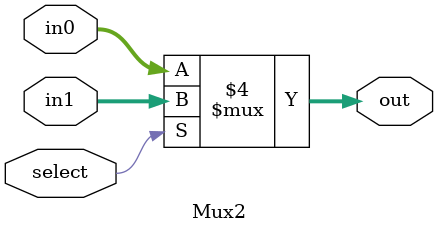
<source format=v>
module Mux2 (
    input  wire [15:0]  in0,
    input  wire [15:0]  in1,
    input  wire         select,
    output reg  [15:0]  out
);

always @(*) begin
    if (select == 0)
        out = in0;
    else
        out = in1;
end
endmodule
</source>
